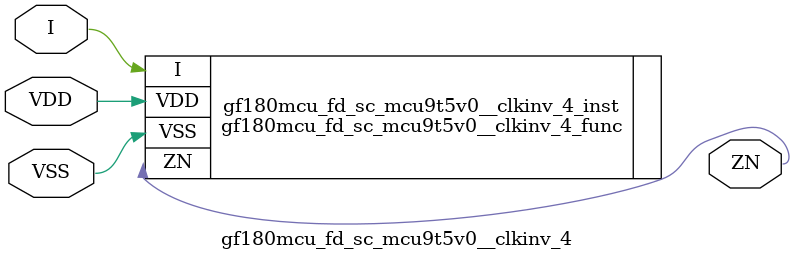
<source format=v>

module gf180mcu_fd_sc_mcu9t5v0__clkinv_4( I, ZN, VDD, VSS );
input I;
inout VDD, VSS;
output ZN;

   `ifdef FUNCTIONAL  //  functional //

	gf180mcu_fd_sc_mcu9t5v0__clkinv_4_func gf180mcu_fd_sc_mcu9t5v0__clkinv_4_behav_inst(.I(I),.ZN(ZN),.VDD(VDD),.VSS(VSS));

   `else

	gf180mcu_fd_sc_mcu9t5v0__clkinv_4_func gf180mcu_fd_sc_mcu9t5v0__clkinv_4_inst(.I(I),.ZN(ZN),.VDD(VDD),.VSS(VSS));

	// spec_gates_begin


	// spec_gates_end



   specify

	// specify_block_begin

	// comb arc I --> ZN
	 (I => ZN) = (1.0,1.0);

	// specify_block_end

   endspecify

   `endif

endmodule

</source>
